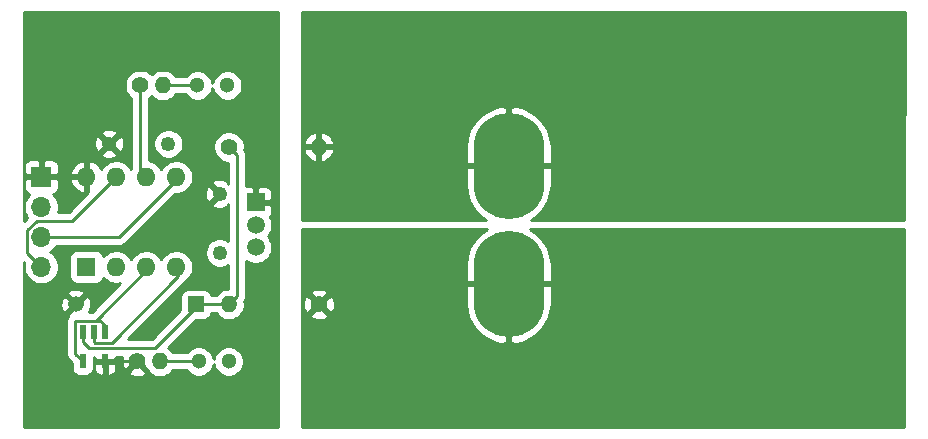
<source format=gbr>
%TF.GenerationSoftware,KiCad,Pcbnew,5.1.6+dfsg1-1*%
%TF.CreationDate,2021-01-11T22:17:59-08:00*%
%TF.ProjectId,high-current-sense-relay,68696768-2d63-4757-9272-656e742d7365,rev?*%
%TF.SameCoordinates,Original*%
%TF.FileFunction,Copper,L1,Top*%
%TF.FilePolarity,Positive*%
%FSLAX46Y46*%
G04 Gerber Fmt 4.6, Leading zero omitted, Abs format (unit mm)*
G04 Created by KiCad (PCBNEW 5.1.6+dfsg1-1) date 2021-01-11 22:17:59*
%MOMM*%
%LPD*%
G01*
G04 APERTURE LIST*
%TA.AperFunction,ComponentPad*%
%ADD10C,12.800000*%
%TD*%
%TA.AperFunction,ComponentPad*%
%ADD11C,0.900000*%
%TD*%
%TA.AperFunction,ComponentPad*%
%ADD12C,1.250000*%
%TD*%
%TA.AperFunction,ComponentPad*%
%ADD13O,1.400000X1.400000*%
%TD*%
%TA.AperFunction,ComponentPad*%
%ADD14C,1.400000*%
%TD*%
%TA.AperFunction,ComponentPad*%
%ADD15C,1.333500*%
%TD*%
%TA.AperFunction,ComponentPad*%
%ADD16R,1.333500X1.333500*%
%TD*%
%TA.AperFunction,ComponentPad*%
%ADD17C,1.300000*%
%TD*%
%TA.AperFunction,ComponentPad*%
%ADD18R,1.700000X1.700000*%
%TD*%
%TA.AperFunction,ComponentPad*%
%ADD19O,1.700000X1.700000*%
%TD*%
%TA.AperFunction,ComponentPad*%
%ADD20R,1.600000X1.600000*%
%TD*%
%TA.AperFunction,ComponentPad*%
%ADD21O,1.600000X1.600000*%
%TD*%
%TA.AperFunction,SMDPad,CuDef*%
%ADD22R,0.600000X1.200000*%
%TD*%
%TA.AperFunction,ComponentPad*%
%ADD23C,0.800000*%
%TD*%
%TA.AperFunction,ComponentPad*%
%ADD24C,1.500000*%
%TD*%
%TA.AperFunction,ComponentPad*%
%ADD25R,1.500000X1.500000*%
%TD*%
%TA.AperFunction,ComponentPad*%
%ADD26O,6.000000X9.000000*%
%TD*%
%TA.AperFunction,ComponentPad*%
%ADD27O,6.000001X9.000000*%
%TD*%
%TA.AperFunction,Conductor*%
%ADD28C,0.250000*%
%TD*%
%TA.AperFunction,Conductor*%
%ADD29C,0.254000*%
%TD*%
G04 APERTURE END LIST*
D10*
%TO.P,J1,1*%
%TO.N,IP-*%
X155829000Y-43434000D03*
D11*
X151029000Y-43434000D03*
X152434887Y-40039887D03*
X155829000Y-38634000D03*
X159223113Y-40039887D03*
X160629000Y-43434000D03*
X159223113Y-46828113D03*
X155829000Y-48234000D03*
X152434887Y-46828113D03*
%TD*%
D10*
%TO.P,J2,1*%
%TO.N,IP+*%
X155702000Y-23749000D03*
D11*
X150902000Y-23749000D03*
X152307887Y-20354887D03*
X155702000Y-18949000D03*
X159096113Y-20354887D03*
X160502000Y-23749000D03*
X159096113Y-27143113D03*
X155702000Y-28549000D03*
X152307887Y-27143113D03*
%TD*%
D12*
%TO.P,C2,1*%
%TO.N,+3V3*%
X119507000Y-31028000D03*
%TO.P,C2,2*%
%TO.N,GND*%
X119507000Y-36028000D03*
%TD*%
D13*
%TO.P,R2,2*%
%TO.N,IP+*%
X127889000Y-27051000D03*
D14*
%TO.P,R2,1*%
%TO.N,Net-(D1-Pad2)*%
X120269000Y-27051000D03*
%TD*%
D13*
%TO.P,R1,2*%
%TO.N,Net-(D1-Pad2)*%
X120269000Y-40386000D03*
D14*
%TO.P,R1,1*%
%TO.N,IP-*%
X127889000Y-40386000D03*
%TD*%
D12*
%TO.P,C1,1*%
%TO.N,+3V3*%
X110149000Y-26797000D03*
%TO.P,C1,2*%
%TO.N,GND*%
X115149000Y-26797000D03*
%TD*%
D15*
%TO.P,D1,1*%
%TO.N,+3V3*%
X107315000Y-40386000D03*
D16*
%TO.P,D1,2*%
%TO.N,Net-(D1-Pad2)*%
X117475000Y-40386000D03*
%TD*%
D17*
%TO.P,D2,2*%
%TO.N,Net-(D2-Pad2)*%
X117729000Y-45212000D03*
%TO.P,D2,1*%
%TO.N,GND*%
X120269000Y-45212000D03*
%TD*%
%TO.P,D3,1*%
%TO.N,GND*%
X120142000Y-21844000D03*
%TO.P,D3,2*%
%TO.N,Net-(D3-Pad2)*%
X117602000Y-21844000D03*
%TD*%
D18*
%TO.P,J3,1*%
%TO.N,+3V3*%
X104394000Y-29591000D03*
D19*
%TO.P,J3,2*%
%TO.N,GND*%
X104394000Y-32131000D03*
%TO.P,J3,3*%
%TO.N,SDA*%
X104394000Y-34671000D03*
%TO.P,J3,4*%
%TO.N,SCL*%
X104394000Y-37211000D03*
%TD*%
D14*
%TO.P,R3,1*%
%TO.N,+3V3*%
X112522000Y-45212000D03*
D13*
%TO.P,R3,2*%
%TO.N,Net-(D2-Pad2)*%
X114422000Y-45212000D03*
%TD*%
%TO.P,R4,2*%
%TO.N,Net-(D3-Pad2)*%
X114676000Y-21844000D03*
D14*
%TO.P,R4,1*%
%TO.N,IOn*%
X112776000Y-21844000D03*
%TD*%
D20*
%TO.P,U1,1*%
%TO.N,Net-(U1-Pad1)*%
X108204000Y-37211000D03*
D21*
%TO.P,U1,5*%
%TO.N,SDA*%
X115824000Y-29591000D03*
%TO.P,U1,2*%
%TO.N,ISense*%
X110744000Y-37211000D03*
%TO.P,U1,6*%
%TO.N,IOn*%
X113284000Y-29591000D03*
%TO.P,U1,3*%
%TO.N,VSense*%
X113284000Y-37211000D03*
%TO.P,U1,7*%
%TO.N,SCL*%
X110744000Y-29591000D03*
%TO.P,U1,4*%
%TO.N,GND*%
X115824000Y-37211000D03*
%TO.P,U1,8*%
%TO.N,+3V3*%
X108204000Y-29591000D03*
%TD*%
D22*
%TO.P,U2,1*%
%TO.N,VSense*%
X109789000Y-42692000D03*
%TO.P,U2,2*%
%TO.N,GND*%
X108839000Y-42692000D03*
%TO.P,U2,3*%
%TO.N,Net-(D1-Pad2)*%
X107889000Y-42692000D03*
%TO.P,U2,4*%
%TO.N,VSense*%
X107889000Y-45192000D03*
%TO.P,U2,5*%
%TO.N,+3V3*%
X109789000Y-45192000D03*
%TD*%
D23*
%TO.P,U3,4*%
%TO.N,IP-*%
X143325000Y-42610000D03*
X146005000Y-36660000D03*
X146005000Y-37990000D03*
X146005000Y-39330000D03*
X146005000Y-40660000D03*
X141905000Y-36660000D03*
X141905000Y-37990000D03*
X141905000Y-39330000D03*
X141905000Y-40660000D03*
X144585000Y-42610000D03*
X145615000Y-41860000D03*
X142295000Y-41860000D03*
%TA.AperFunction,ComponentPad*%
G36*
G01*
X144222477Y-34540953D02*
X144222477Y-34540953D01*
G75*
G02*
X144754047Y-34347477I362523J-169047D01*
G01*
X144754047Y-34347477D01*
G75*
G02*
X144947523Y-34879047I-169047J-362523D01*
G01*
X144947523Y-34879047D01*
G75*
G02*
X144415953Y-35072523I-362523J169047D01*
G01*
X144415953Y-35072523D01*
G75*
G02*
X144222477Y-34540953I169047J362523D01*
G01*
G37*
%TD.AperFunction*%
%TA.AperFunction,ComponentPad*%
G36*
G01*
X143687523Y-34540953D02*
X143687523Y-34540953D01*
G75*
G02*
X143494047Y-35072523I-362523J-169047D01*
G01*
X143494047Y-35072523D01*
G75*
G02*
X142962477Y-34879047I-169047J362523D01*
G01*
X142962477Y-34879047D01*
G75*
G02*
X143155953Y-34347477I362523J169047D01*
G01*
X143155953Y-34347477D01*
G75*
G02*
X143687523Y-34540953I169047J-362523D01*
G01*
G37*
%TD.AperFunction*%
X145615000Y-35460000D03*
X142295000Y-35460000D03*
%TO.P,U3,5*%
%TO.N,IP+*%
X146005000Y-30660000D03*
X146005000Y-26660000D03*
X146005000Y-27990000D03*
X146005000Y-29330000D03*
X141905000Y-26660000D03*
X141905000Y-30660000D03*
X141905000Y-27990000D03*
X141905000Y-29330000D03*
X145615000Y-25460000D03*
X142295000Y-25460000D03*
X143325000Y-24710000D03*
X144585000Y-24710000D03*
X145615000Y-31860000D03*
X142295000Y-31860000D03*
%TA.AperFunction,ComponentPad*%
G36*
G01*
X142962477Y-32440953D02*
X142962477Y-32440953D01*
G75*
G02*
X143494047Y-32247477I362523J-169047D01*
G01*
X143494047Y-32247477D01*
G75*
G02*
X143687523Y-32779047I-169047J-362523D01*
G01*
X143687523Y-32779047D01*
G75*
G02*
X143155953Y-32972523I-362523J169047D01*
G01*
X143155953Y-32972523D01*
G75*
G02*
X142962477Y-32440953I169047J362523D01*
G01*
G37*
%TD.AperFunction*%
%TA.AperFunction,ComponentPad*%
G36*
G01*
X144947523Y-32440953D02*
X144947523Y-32440953D01*
G75*
G02*
X144754047Y-32972523I-362523J-169047D01*
G01*
X144754047Y-32972523D01*
G75*
G02*
X144222477Y-32779047I-169047J362523D01*
G01*
X144222477Y-32779047D01*
G75*
G02*
X144415953Y-32247477I362523J169047D01*
G01*
X144415953Y-32247477D01*
G75*
G02*
X144947523Y-32440953I169047J-362523D01*
G01*
G37*
%TD.AperFunction*%
D24*
%TO.P,U3,2*%
%TO.N,GND*%
X122555000Y-33660000D03*
%TO.P,U3,3*%
%TO.N,ISense*%
X122555000Y-35570000D03*
D25*
%TO.P,U3,1*%
%TO.N,+3V3*%
X122555000Y-31750000D03*
D26*
%TO.P,U3,4*%
%TO.N,IP-*%
X143955000Y-38660000D03*
D27*
%TO.P,U3,5*%
%TO.N,IP+*%
X143955000Y-28660000D03*
%TD*%
D28*
%TO.N,GND*%
X110349001Y-43617001D02*
X115951000Y-38015002D01*
X108914001Y-43617001D02*
X110349001Y-43617001D01*
X108839000Y-43542000D02*
X108914001Y-43617001D01*
X108839000Y-42692000D02*
X108839000Y-43542000D01*
X115951000Y-38015002D02*
X115951000Y-37465000D01*
%TO.N,Net-(D1-Pad2)*%
X117475000Y-40386000D02*
X120269000Y-40386000D01*
X120968999Y-27750999D02*
X120968999Y-39686001D01*
X120269000Y-27051000D02*
X120968999Y-27750999D01*
X120968999Y-39686001D02*
X120269000Y-40386000D01*
X108414011Y-44067011D02*
X114047989Y-44067011D01*
X107889000Y-43542000D02*
X108414011Y-44067011D01*
X107889000Y-42692000D02*
X107889000Y-43542000D01*
X114047989Y-44067011D02*
X117602000Y-40513000D01*
%TO.N,Net-(D2-Pad2)*%
X114422000Y-45212000D02*
X117602000Y-45212000D01*
%TO.N,Net-(D3-Pad2)*%
X114676000Y-21844000D02*
X117475000Y-21844000D01*
%TO.N,+3V3*%
X109789000Y-45192000D02*
X112502000Y-45192000D01*
%TO.N,SDA*%
X104394000Y-34671000D02*
X110998000Y-34671000D01*
X110998000Y-34671000D02*
X115951000Y-29718000D01*
%TO.N,SCL*%
X104019997Y-33306001D02*
X107028999Y-33306001D01*
X103218999Y-34106999D02*
X104019997Y-33306001D01*
X103218999Y-36035999D02*
X103218999Y-34106999D01*
X104394000Y-37211000D02*
X103218999Y-36035999D01*
X107028999Y-33306001D02*
X110871000Y-29464000D01*
%TO.N,IOn*%
X112776000Y-21844000D02*
X112776000Y-29083000D01*
X112776000Y-29083000D02*
X113284000Y-29591000D01*
%TO.N,VSense*%
X107328999Y-41766999D02*
X108982001Y-41766999D01*
X107263999Y-44566999D02*
X107263999Y-41831999D01*
X107263999Y-41831999D02*
X107328999Y-41766999D01*
X107889000Y-45192000D02*
X107263999Y-44566999D01*
X108982001Y-41766999D02*
X113411000Y-37338000D01*
X109789000Y-42156998D02*
X109399001Y-41766999D01*
X109789000Y-42692000D02*
X109789000Y-42156998D01*
X109399001Y-41766999D02*
X109093000Y-41766999D01*
%TD*%
D29*
%TO.N,IP+*%
G36*
X177457275Y-33274000D02*
G01*
X145825976Y-33274000D01*
X145868901Y-33252949D01*
X146435530Y-32820135D01*
X146906834Y-32285094D01*
X147264701Y-31668387D01*
X147495378Y-30993713D01*
X147590000Y-30287000D01*
X147590000Y-28787000D01*
X146521655Y-28787000D01*
X146531836Y-28696441D01*
X146495395Y-28660000D01*
X146531836Y-28623559D01*
X146521655Y-28533000D01*
X147590000Y-28533000D01*
X147590000Y-27033000D01*
X147495378Y-26326287D01*
X147264701Y-25651613D01*
X146906834Y-25034906D01*
X146435530Y-24499865D01*
X145868901Y-24067051D01*
X145228722Y-23753098D01*
X144648729Y-23591812D01*
X144082000Y-23686071D01*
X144082000Y-23799740D01*
X144081019Y-23800264D01*
X144058164Y-24003559D01*
X144082000Y-24027395D01*
X144082000Y-24188848D01*
X144031441Y-24183164D01*
X143955000Y-24259605D01*
X143878559Y-24183164D01*
X143828000Y-24188848D01*
X143828000Y-24027395D01*
X143851836Y-24003559D01*
X143828981Y-23800264D01*
X143828000Y-23799840D01*
X143828000Y-23686071D01*
X143261271Y-23591812D01*
X142681278Y-23753098D01*
X142041099Y-24067051D01*
X141474470Y-24499865D01*
X141003166Y-25034906D01*
X140645299Y-25651613D01*
X140414622Y-26326287D01*
X140320000Y-27033000D01*
X140320000Y-28533000D01*
X141388345Y-28533000D01*
X141378164Y-28623559D01*
X141414605Y-28660000D01*
X141378164Y-28696441D01*
X141388345Y-28787000D01*
X140320000Y-28787000D01*
X140320000Y-30287000D01*
X140414622Y-30993713D01*
X140645299Y-31668387D01*
X141003166Y-32285094D01*
X141474470Y-32820135D01*
X142041099Y-33252949D01*
X142084024Y-33274000D01*
X126492000Y-33274000D01*
X126492000Y-27384329D01*
X126596284Y-27384329D01*
X126628953Y-27492044D01*
X126739208Y-27729392D01*
X126893649Y-27940670D01*
X127086340Y-28117759D01*
X127309877Y-28253853D01*
X127555670Y-28343722D01*
X127762000Y-28221201D01*
X127762000Y-27178000D01*
X128016000Y-27178000D01*
X128016000Y-28221201D01*
X128222330Y-28343722D01*
X128468123Y-28253853D01*
X128691660Y-28117759D01*
X128884351Y-27940670D01*
X129038792Y-27729392D01*
X129149047Y-27492044D01*
X129181716Y-27384329D01*
X129058374Y-27178000D01*
X128016000Y-27178000D01*
X127762000Y-27178000D01*
X126719626Y-27178000D01*
X126596284Y-27384329D01*
X126492000Y-27384329D01*
X126492000Y-26717671D01*
X126596284Y-26717671D01*
X126719626Y-26924000D01*
X127762000Y-26924000D01*
X127762000Y-25880799D01*
X128016000Y-25880799D01*
X128016000Y-26924000D01*
X129058374Y-26924000D01*
X129181716Y-26717671D01*
X129149047Y-26609956D01*
X129038792Y-26372608D01*
X128884351Y-26161330D01*
X128691660Y-25984241D01*
X128468123Y-25848147D01*
X128222330Y-25758278D01*
X128016000Y-25880799D01*
X127762000Y-25880799D01*
X127555670Y-25758278D01*
X127309877Y-25848147D01*
X127086340Y-25984241D01*
X126893649Y-26161330D01*
X126739208Y-26372608D01*
X126628953Y-26609956D01*
X126596284Y-26717671D01*
X126492000Y-26717671D01*
X126492000Y-15646000D01*
X177518696Y-15646000D01*
X177457275Y-33274000D01*
G37*
X177457275Y-33274000D02*
X145825976Y-33274000D01*
X145868901Y-33252949D01*
X146435530Y-32820135D01*
X146906834Y-32285094D01*
X147264701Y-31668387D01*
X147495378Y-30993713D01*
X147590000Y-30287000D01*
X147590000Y-28787000D01*
X146521655Y-28787000D01*
X146531836Y-28696441D01*
X146495395Y-28660000D01*
X146531836Y-28623559D01*
X146521655Y-28533000D01*
X147590000Y-28533000D01*
X147590000Y-27033000D01*
X147495378Y-26326287D01*
X147264701Y-25651613D01*
X146906834Y-25034906D01*
X146435530Y-24499865D01*
X145868901Y-24067051D01*
X145228722Y-23753098D01*
X144648729Y-23591812D01*
X144082000Y-23686071D01*
X144082000Y-23799740D01*
X144081019Y-23800264D01*
X144058164Y-24003559D01*
X144082000Y-24027395D01*
X144082000Y-24188848D01*
X144031441Y-24183164D01*
X143955000Y-24259605D01*
X143878559Y-24183164D01*
X143828000Y-24188848D01*
X143828000Y-24027395D01*
X143851836Y-24003559D01*
X143828981Y-23800264D01*
X143828000Y-23799840D01*
X143828000Y-23686071D01*
X143261271Y-23591812D01*
X142681278Y-23753098D01*
X142041099Y-24067051D01*
X141474470Y-24499865D01*
X141003166Y-25034906D01*
X140645299Y-25651613D01*
X140414622Y-26326287D01*
X140320000Y-27033000D01*
X140320000Y-28533000D01*
X141388345Y-28533000D01*
X141378164Y-28623559D01*
X141414605Y-28660000D01*
X141378164Y-28696441D01*
X141388345Y-28787000D01*
X140320000Y-28787000D01*
X140320000Y-30287000D01*
X140414622Y-30993713D01*
X140645299Y-31668387D01*
X141003166Y-32285094D01*
X141474470Y-32820135D01*
X142041099Y-33252949D01*
X142084024Y-33274000D01*
X126492000Y-33274000D01*
X126492000Y-27384329D01*
X126596284Y-27384329D01*
X126628953Y-27492044D01*
X126739208Y-27729392D01*
X126893649Y-27940670D01*
X127086340Y-28117759D01*
X127309877Y-28253853D01*
X127555670Y-28343722D01*
X127762000Y-28221201D01*
X127762000Y-27178000D01*
X128016000Y-27178000D01*
X128016000Y-28221201D01*
X128222330Y-28343722D01*
X128468123Y-28253853D01*
X128691660Y-28117759D01*
X128884351Y-27940670D01*
X129038792Y-27729392D01*
X129149047Y-27492044D01*
X129181716Y-27384329D01*
X129058374Y-27178000D01*
X128016000Y-27178000D01*
X127762000Y-27178000D01*
X126719626Y-27178000D01*
X126596284Y-27384329D01*
X126492000Y-27384329D01*
X126492000Y-26717671D01*
X126596284Y-26717671D01*
X126719626Y-26924000D01*
X127762000Y-26924000D01*
X127762000Y-25880799D01*
X128016000Y-25880799D01*
X128016000Y-26924000D01*
X129058374Y-26924000D01*
X129181716Y-26717671D01*
X129149047Y-26609956D01*
X129038792Y-26372608D01*
X128884351Y-26161330D01*
X128691660Y-25984241D01*
X128468123Y-25848147D01*
X128222330Y-25758278D01*
X128016000Y-25880799D01*
X127762000Y-25880799D01*
X127555670Y-25758278D01*
X127309877Y-25848147D01*
X127086340Y-25984241D01*
X126893649Y-26161330D01*
X126739208Y-26372608D01*
X126628953Y-26609956D01*
X126596284Y-26717671D01*
X126492000Y-26717671D01*
X126492000Y-15646000D01*
X177518696Y-15646000D01*
X177457275Y-33274000D01*
G36*
X144031441Y-25236836D02*
G01*
X144082000Y-25231152D01*
X144082000Y-25392605D01*
X144058164Y-25416441D01*
X144081019Y-25619736D01*
X144082000Y-25620160D01*
X144082000Y-28533000D01*
X145488345Y-28533000D01*
X145478164Y-28623559D01*
X145514605Y-28660000D01*
X145478164Y-28696441D01*
X145488345Y-28787000D01*
X144082000Y-28787000D01*
X144082000Y-28807000D01*
X143828000Y-28807000D01*
X143828000Y-28787000D01*
X142421655Y-28787000D01*
X142431836Y-28696441D01*
X142395395Y-28660000D01*
X142431836Y-28623559D01*
X142421655Y-28533000D01*
X143828000Y-28533000D01*
X143828000Y-25620260D01*
X143828981Y-25619736D01*
X143851836Y-25416441D01*
X143828000Y-25392605D01*
X143828000Y-25231152D01*
X143878559Y-25236836D01*
X143955000Y-25160395D01*
X144031441Y-25236836D01*
G37*
X144031441Y-25236836D02*
X144082000Y-25231152D01*
X144082000Y-25392605D01*
X144058164Y-25416441D01*
X144081019Y-25619736D01*
X144082000Y-25620160D01*
X144082000Y-28533000D01*
X145488345Y-28533000D01*
X145478164Y-28623559D01*
X145514605Y-28660000D01*
X145478164Y-28696441D01*
X145488345Y-28787000D01*
X144082000Y-28787000D01*
X144082000Y-28807000D01*
X143828000Y-28807000D01*
X143828000Y-28787000D01*
X142421655Y-28787000D01*
X142431836Y-28696441D01*
X142395395Y-28660000D01*
X142431836Y-28623559D01*
X142421655Y-28533000D01*
X143828000Y-28533000D01*
X143828000Y-25620260D01*
X143828981Y-25619736D01*
X143851836Y-25416441D01*
X143828000Y-25392605D01*
X143828000Y-25231152D01*
X143878559Y-25236836D01*
X143955000Y-25160395D01*
X144031441Y-25236836D01*
%TO.N,IP-*%
G36*
X142041099Y-34067051D02*
G01*
X141474470Y-34499865D01*
X141003166Y-35034906D01*
X140645299Y-35651613D01*
X140414622Y-36326287D01*
X140320000Y-37033000D01*
X140320000Y-38533000D01*
X141388345Y-38533000D01*
X141378164Y-38623559D01*
X141414605Y-38660000D01*
X141378164Y-38696441D01*
X141388345Y-38787000D01*
X140320000Y-38787000D01*
X140320000Y-40287000D01*
X140414622Y-40993713D01*
X140645299Y-41668387D01*
X141003166Y-42285094D01*
X141474470Y-42820135D01*
X142041099Y-43252949D01*
X142681278Y-43566902D01*
X143261271Y-43728188D01*
X143828000Y-43633929D01*
X143828000Y-43520260D01*
X143828981Y-43519736D01*
X143851836Y-43316441D01*
X143828000Y-43292605D01*
X143828000Y-43131152D01*
X143878559Y-43136836D01*
X143955000Y-43060395D01*
X144031441Y-43136836D01*
X144082000Y-43131152D01*
X144082000Y-43292605D01*
X144058164Y-43316441D01*
X144081019Y-43519736D01*
X144082000Y-43520160D01*
X144082000Y-43633929D01*
X144648729Y-43728188D01*
X145228722Y-43566902D01*
X145868901Y-43252949D01*
X146435530Y-42820135D01*
X146906834Y-42285094D01*
X147264701Y-41668387D01*
X147495378Y-40993713D01*
X147590000Y-40287000D01*
X147590000Y-38787000D01*
X146521655Y-38787000D01*
X146531836Y-38696441D01*
X146495395Y-38660000D01*
X146531836Y-38623559D01*
X146521655Y-38533000D01*
X147590000Y-38533000D01*
X147590000Y-37033000D01*
X147495378Y-36326287D01*
X147264701Y-35651613D01*
X146906834Y-35034906D01*
X146435530Y-34499865D01*
X145868901Y-34067051D01*
X145805585Y-34036000D01*
X177454620Y-34036000D01*
X177396297Y-50775000D01*
X126492000Y-50775000D01*
X126492000Y-41307269D01*
X127147336Y-41307269D01*
X127206797Y-41541037D01*
X127445242Y-41651934D01*
X127700740Y-41714183D01*
X127963473Y-41725390D01*
X128223344Y-41685125D01*
X128470366Y-41594935D01*
X128571203Y-41541037D01*
X128630664Y-41307269D01*
X127889000Y-40565605D01*
X127147336Y-41307269D01*
X126492000Y-41307269D01*
X126492000Y-40460473D01*
X126549610Y-40460473D01*
X126589875Y-40720344D01*
X126680065Y-40967366D01*
X126733963Y-41068203D01*
X126967731Y-41127664D01*
X127709395Y-40386000D01*
X128068605Y-40386000D01*
X128810269Y-41127664D01*
X129044037Y-41068203D01*
X129154934Y-40829758D01*
X129217183Y-40574260D01*
X129228390Y-40311527D01*
X129188125Y-40051656D01*
X129097935Y-39804634D01*
X129044037Y-39703797D01*
X128810269Y-39644336D01*
X128068605Y-40386000D01*
X127709395Y-40386000D01*
X126967731Y-39644336D01*
X126733963Y-39703797D01*
X126623066Y-39942242D01*
X126560817Y-40197740D01*
X126549610Y-40460473D01*
X126492000Y-40460473D01*
X126492000Y-39464731D01*
X127147336Y-39464731D01*
X127889000Y-40206395D01*
X128630664Y-39464731D01*
X128571203Y-39230963D01*
X128332758Y-39120066D01*
X128077260Y-39057817D01*
X127814527Y-39046610D01*
X127554656Y-39086875D01*
X127307634Y-39177065D01*
X127206797Y-39230963D01*
X127147336Y-39464731D01*
X126492000Y-39464731D01*
X126492000Y-34036000D01*
X142104415Y-34036000D01*
X142041099Y-34067051D01*
G37*
X142041099Y-34067051D02*
X141474470Y-34499865D01*
X141003166Y-35034906D01*
X140645299Y-35651613D01*
X140414622Y-36326287D01*
X140320000Y-37033000D01*
X140320000Y-38533000D01*
X141388345Y-38533000D01*
X141378164Y-38623559D01*
X141414605Y-38660000D01*
X141378164Y-38696441D01*
X141388345Y-38787000D01*
X140320000Y-38787000D01*
X140320000Y-40287000D01*
X140414622Y-40993713D01*
X140645299Y-41668387D01*
X141003166Y-42285094D01*
X141474470Y-42820135D01*
X142041099Y-43252949D01*
X142681278Y-43566902D01*
X143261271Y-43728188D01*
X143828000Y-43633929D01*
X143828000Y-43520260D01*
X143828981Y-43519736D01*
X143851836Y-43316441D01*
X143828000Y-43292605D01*
X143828000Y-43131152D01*
X143878559Y-43136836D01*
X143955000Y-43060395D01*
X144031441Y-43136836D01*
X144082000Y-43131152D01*
X144082000Y-43292605D01*
X144058164Y-43316441D01*
X144081019Y-43519736D01*
X144082000Y-43520160D01*
X144082000Y-43633929D01*
X144648729Y-43728188D01*
X145228722Y-43566902D01*
X145868901Y-43252949D01*
X146435530Y-42820135D01*
X146906834Y-42285094D01*
X147264701Y-41668387D01*
X147495378Y-40993713D01*
X147590000Y-40287000D01*
X147590000Y-38787000D01*
X146521655Y-38787000D01*
X146531836Y-38696441D01*
X146495395Y-38660000D01*
X146531836Y-38623559D01*
X146521655Y-38533000D01*
X147590000Y-38533000D01*
X147590000Y-37033000D01*
X147495378Y-36326287D01*
X147264701Y-35651613D01*
X146906834Y-35034906D01*
X146435530Y-34499865D01*
X145868901Y-34067051D01*
X145805585Y-34036000D01*
X177454620Y-34036000D01*
X177396297Y-50775000D01*
X126492000Y-50775000D01*
X126492000Y-41307269D01*
X127147336Y-41307269D01*
X127206797Y-41541037D01*
X127445242Y-41651934D01*
X127700740Y-41714183D01*
X127963473Y-41725390D01*
X128223344Y-41685125D01*
X128470366Y-41594935D01*
X128571203Y-41541037D01*
X128630664Y-41307269D01*
X127889000Y-40565605D01*
X127147336Y-41307269D01*
X126492000Y-41307269D01*
X126492000Y-40460473D01*
X126549610Y-40460473D01*
X126589875Y-40720344D01*
X126680065Y-40967366D01*
X126733963Y-41068203D01*
X126967731Y-41127664D01*
X127709395Y-40386000D01*
X128068605Y-40386000D01*
X128810269Y-41127664D01*
X129044037Y-41068203D01*
X129154934Y-40829758D01*
X129217183Y-40574260D01*
X129228390Y-40311527D01*
X129188125Y-40051656D01*
X129097935Y-39804634D01*
X129044037Y-39703797D01*
X128810269Y-39644336D01*
X128068605Y-40386000D01*
X127709395Y-40386000D01*
X126967731Y-39644336D01*
X126733963Y-39703797D01*
X126623066Y-39942242D01*
X126560817Y-40197740D01*
X126549610Y-40460473D01*
X126492000Y-40460473D01*
X126492000Y-39464731D01*
X127147336Y-39464731D01*
X127889000Y-40206395D01*
X128630664Y-39464731D01*
X128571203Y-39230963D01*
X128332758Y-39120066D01*
X128077260Y-39057817D01*
X127814527Y-39046610D01*
X127554656Y-39086875D01*
X127307634Y-39177065D01*
X127206797Y-39230963D01*
X127147336Y-39464731D01*
X126492000Y-39464731D01*
X126492000Y-34036000D01*
X142104415Y-34036000D01*
X142041099Y-34067051D01*
G36*
X144082000Y-38533000D02*
G01*
X145488345Y-38533000D01*
X145478164Y-38623559D01*
X145514605Y-38660000D01*
X145478164Y-38696441D01*
X145488345Y-38787000D01*
X144082000Y-38787000D01*
X144082000Y-41699740D01*
X144081019Y-41700264D01*
X144058164Y-41903559D01*
X144082000Y-41927395D01*
X144082000Y-42088848D01*
X144031441Y-42083164D01*
X143955000Y-42159605D01*
X143878559Y-42083164D01*
X143828000Y-42088848D01*
X143828000Y-41927395D01*
X143851836Y-41903559D01*
X143828981Y-41700264D01*
X143828000Y-41699840D01*
X143828000Y-38787000D01*
X142421655Y-38787000D01*
X142431836Y-38696441D01*
X142395395Y-38660000D01*
X142431836Y-38623559D01*
X142421655Y-38533000D01*
X143828000Y-38533000D01*
X143828000Y-38513000D01*
X144082000Y-38513000D01*
X144082000Y-38533000D01*
G37*
X144082000Y-38533000D02*
X145488345Y-38533000D01*
X145478164Y-38623559D01*
X145514605Y-38660000D01*
X145478164Y-38696441D01*
X145488345Y-38787000D01*
X144082000Y-38787000D01*
X144082000Y-41699740D01*
X144081019Y-41700264D01*
X144058164Y-41903559D01*
X144082000Y-41927395D01*
X144082000Y-42088848D01*
X144031441Y-42083164D01*
X143955000Y-42159605D01*
X143878559Y-42083164D01*
X143828000Y-42088848D01*
X143828000Y-41927395D01*
X143851836Y-41903559D01*
X143828981Y-41700264D01*
X143828000Y-41699840D01*
X143828000Y-38787000D01*
X142421655Y-38787000D01*
X142431836Y-38696441D01*
X142395395Y-38660000D01*
X142431836Y-38623559D01*
X142421655Y-38533000D01*
X143828000Y-38533000D01*
X143828000Y-38513000D01*
X144082000Y-38513000D01*
X144082000Y-38533000D01*
%TO.N,+3V3*%
G36*
X124460000Y-50775000D02*
G01*
X102895000Y-50775000D01*
X102895000Y-41831999D01*
X106500323Y-41831999D01*
X106504000Y-41869331D01*
X106503999Y-44529676D01*
X106500323Y-44566999D01*
X106503999Y-44604321D01*
X106503999Y-44604331D01*
X106514996Y-44715984D01*
X106558453Y-44859245D01*
X106629025Y-44991275D01*
X106655669Y-45023740D01*
X106723998Y-45107000D01*
X106753001Y-45130802D01*
X106950928Y-45328729D01*
X106950928Y-45792000D01*
X106963188Y-45916482D01*
X106999498Y-46036180D01*
X107058463Y-46146494D01*
X107137815Y-46243185D01*
X107234506Y-46322537D01*
X107344820Y-46381502D01*
X107464518Y-46417812D01*
X107589000Y-46430072D01*
X108189000Y-46430072D01*
X108313482Y-46417812D01*
X108433180Y-46381502D01*
X108543494Y-46322537D01*
X108640185Y-46243185D01*
X108719537Y-46146494D01*
X108778502Y-46036180D01*
X108814812Y-45916482D01*
X108827072Y-45792000D01*
X108850928Y-45792000D01*
X108863188Y-45916482D01*
X108899498Y-46036180D01*
X108958463Y-46146494D01*
X109037815Y-46243185D01*
X109134506Y-46322537D01*
X109244820Y-46381502D01*
X109364518Y-46417812D01*
X109489000Y-46430072D01*
X109503250Y-46427000D01*
X109662000Y-46268250D01*
X109662000Y-45319000D01*
X109916000Y-45319000D01*
X109916000Y-46268250D01*
X110074750Y-46427000D01*
X110089000Y-46430072D01*
X110213482Y-46417812D01*
X110333180Y-46381502D01*
X110443494Y-46322537D01*
X110540185Y-46243185D01*
X110619537Y-46146494D01*
X110626606Y-46133269D01*
X111780336Y-46133269D01*
X111839797Y-46367037D01*
X112078242Y-46477934D01*
X112333740Y-46540183D01*
X112596473Y-46551390D01*
X112856344Y-46511125D01*
X113103366Y-46420935D01*
X113204203Y-46367037D01*
X113263664Y-46133269D01*
X112522000Y-45391605D01*
X111780336Y-46133269D01*
X110626606Y-46133269D01*
X110678502Y-46036180D01*
X110714812Y-45916482D01*
X110727072Y-45792000D01*
X110724000Y-45477750D01*
X110565250Y-45319000D01*
X109916000Y-45319000D01*
X109662000Y-45319000D01*
X109012750Y-45319000D01*
X108854000Y-45477750D01*
X108850928Y-45792000D01*
X108827072Y-45792000D01*
X108827072Y-44827011D01*
X108853225Y-44827011D01*
X108854000Y-44906250D01*
X109012750Y-45065000D01*
X109662000Y-45065000D01*
X109662000Y-45045000D01*
X109916000Y-45045000D01*
X109916000Y-45065000D01*
X110565250Y-45065000D01*
X110724000Y-44906250D01*
X110724775Y-44827011D01*
X111241748Y-44827011D01*
X111193817Y-45023740D01*
X111182610Y-45286473D01*
X111222875Y-45546344D01*
X111313065Y-45793366D01*
X111366963Y-45894203D01*
X111600731Y-45953664D01*
X112342395Y-45212000D01*
X112328253Y-45197858D01*
X112507858Y-45018253D01*
X112522000Y-45032395D01*
X112536143Y-45018253D01*
X112715748Y-45197858D01*
X112701605Y-45212000D01*
X113171746Y-45682141D01*
X113238939Y-45844359D01*
X113385038Y-46063013D01*
X113570987Y-46248962D01*
X113789641Y-46395061D01*
X114032595Y-46495696D01*
X114290514Y-46547000D01*
X114553486Y-46547000D01*
X114811405Y-46495696D01*
X115054359Y-46395061D01*
X115273013Y-46248962D01*
X115458962Y-46063013D01*
X115519775Y-45972000D01*
X116691359Y-45972000D01*
X116730875Y-46031140D01*
X116909860Y-46210125D01*
X117120324Y-46350753D01*
X117354179Y-46447619D01*
X117602439Y-46497000D01*
X117855561Y-46497000D01*
X118103821Y-46447619D01*
X118337676Y-46350753D01*
X118548140Y-46210125D01*
X118727125Y-46031140D01*
X118867753Y-45820676D01*
X118964619Y-45586821D01*
X118999000Y-45413973D01*
X119033381Y-45586821D01*
X119130247Y-45820676D01*
X119270875Y-46031140D01*
X119449860Y-46210125D01*
X119660324Y-46350753D01*
X119894179Y-46447619D01*
X120142439Y-46497000D01*
X120395561Y-46497000D01*
X120643821Y-46447619D01*
X120877676Y-46350753D01*
X121088140Y-46210125D01*
X121267125Y-46031140D01*
X121407753Y-45820676D01*
X121504619Y-45586821D01*
X121554000Y-45338561D01*
X121554000Y-45085439D01*
X121504619Y-44837179D01*
X121407753Y-44603324D01*
X121267125Y-44392860D01*
X121088140Y-44213875D01*
X120877676Y-44073247D01*
X120643821Y-43976381D01*
X120395561Y-43927000D01*
X120142439Y-43927000D01*
X119894179Y-43976381D01*
X119660324Y-44073247D01*
X119449860Y-44213875D01*
X119270875Y-44392860D01*
X119130247Y-44603324D01*
X119033381Y-44837179D01*
X118999000Y-45010027D01*
X118964619Y-44837179D01*
X118867753Y-44603324D01*
X118727125Y-44392860D01*
X118548140Y-44213875D01*
X118337676Y-44073247D01*
X118103821Y-43976381D01*
X117855561Y-43927000D01*
X117602439Y-43927000D01*
X117354179Y-43976381D01*
X117120324Y-44073247D01*
X116909860Y-44213875D01*
X116730875Y-44392860D01*
X116691359Y-44452000D01*
X115519775Y-44452000D01*
X115458962Y-44360987D01*
X115273013Y-44175038D01*
X115118203Y-44071598D01*
X117498980Y-41690822D01*
X118141750Y-41690822D01*
X118266232Y-41678562D01*
X118385930Y-41642252D01*
X118496244Y-41583287D01*
X118592935Y-41503935D01*
X118672287Y-41407244D01*
X118731252Y-41296930D01*
X118767562Y-41177232D01*
X118770638Y-41146000D01*
X119171225Y-41146000D01*
X119232038Y-41237013D01*
X119417987Y-41422962D01*
X119636641Y-41569061D01*
X119879595Y-41669696D01*
X120137514Y-41721000D01*
X120400486Y-41721000D01*
X120658405Y-41669696D01*
X120901359Y-41569061D01*
X121120013Y-41422962D01*
X121305962Y-41237013D01*
X121452061Y-41018359D01*
X121552696Y-40775405D01*
X121604000Y-40517486D01*
X121604000Y-40254514D01*
X121580901Y-40138391D01*
X121603973Y-40110278D01*
X121674545Y-39978248D01*
X121679557Y-39961724D01*
X121718002Y-39834987D01*
X121728999Y-39723334D01*
X121728999Y-39723325D01*
X121732675Y-39686002D01*
X121728999Y-39648679D01*
X121728999Y-36683808D01*
X121898957Y-36797371D01*
X122151011Y-36901775D01*
X122418589Y-36955000D01*
X122691411Y-36955000D01*
X122958989Y-36901775D01*
X123211043Y-36797371D01*
X123437886Y-36645799D01*
X123630799Y-36452886D01*
X123782371Y-36226043D01*
X123886775Y-35973989D01*
X123940000Y-35706411D01*
X123940000Y-35433589D01*
X123886775Y-35166011D01*
X123782371Y-34913957D01*
X123630799Y-34687114D01*
X123558685Y-34615000D01*
X123630799Y-34542886D01*
X123782371Y-34316043D01*
X123886775Y-34063989D01*
X123940000Y-33796411D01*
X123940000Y-33523589D01*
X123886775Y-33256011D01*
X123782371Y-33003957D01*
X123750324Y-32955995D01*
X123756185Y-32951185D01*
X123835537Y-32854494D01*
X123894502Y-32744180D01*
X123930812Y-32624482D01*
X123943072Y-32500000D01*
X123940000Y-32035750D01*
X123781250Y-31877000D01*
X122682000Y-31877000D01*
X122682000Y-31897000D01*
X122428000Y-31897000D01*
X122428000Y-31877000D01*
X122408000Y-31877000D01*
X122408000Y-31623000D01*
X122428000Y-31623000D01*
X122428000Y-30523750D01*
X122682000Y-30523750D01*
X122682000Y-31623000D01*
X123781250Y-31623000D01*
X123940000Y-31464250D01*
X123943072Y-31000000D01*
X123930812Y-30875518D01*
X123894502Y-30755820D01*
X123835537Y-30645506D01*
X123756185Y-30548815D01*
X123659494Y-30469463D01*
X123549180Y-30410498D01*
X123429482Y-30374188D01*
X123305000Y-30361928D01*
X122840750Y-30365000D01*
X122682000Y-30523750D01*
X122428000Y-30523750D01*
X122269250Y-30365000D01*
X121805000Y-30361928D01*
X121728999Y-30369413D01*
X121728999Y-27788321D01*
X121732675Y-27750998D01*
X121728999Y-27713675D01*
X121728999Y-27713666D01*
X121718002Y-27602013D01*
X121674545Y-27458752D01*
X121639845Y-27393834D01*
X121603973Y-27326722D01*
X121580901Y-27298609D01*
X121604000Y-27182486D01*
X121604000Y-26919514D01*
X121552696Y-26661595D01*
X121452061Y-26418641D01*
X121305962Y-26199987D01*
X121120013Y-26014038D01*
X120901359Y-25867939D01*
X120658405Y-25767304D01*
X120400486Y-25716000D01*
X120137514Y-25716000D01*
X119879595Y-25767304D01*
X119636641Y-25867939D01*
X119417987Y-26014038D01*
X119232038Y-26199987D01*
X119085939Y-26418641D01*
X118985304Y-26661595D01*
X118934000Y-26919514D01*
X118934000Y-27182486D01*
X118985304Y-27440405D01*
X119085939Y-27683359D01*
X119232038Y-27902013D01*
X119417987Y-28087962D01*
X119636641Y-28234061D01*
X119879595Y-28334696D01*
X120137514Y-28386000D01*
X120208999Y-28386000D01*
X120208999Y-30146393D01*
X120195042Y-30160350D01*
X120144694Y-29934223D01*
X119919056Y-29830832D01*
X119677582Y-29773447D01*
X119429553Y-29764274D01*
X119184501Y-29803665D01*
X118951842Y-29890107D01*
X118869306Y-29934223D01*
X118818957Y-30160352D01*
X119507000Y-30848395D01*
X119521143Y-30834253D01*
X119700748Y-31013858D01*
X119686605Y-31028000D01*
X119700748Y-31042143D01*
X119521143Y-31221748D01*
X119507000Y-31207605D01*
X118818957Y-31895648D01*
X118869306Y-32121777D01*
X119094944Y-32225168D01*
X119336418Y-32282553D01*
X119584447Y-32291726D01*
X119829499Y-32252335D01*
X120062158Y-32165893D01*
X120144694Y-32121777D01*
X120195042Y-31895650D01*
X120208999Y-31909607D01*
X120209000Y-34981672D01*
X120103834Y-34911402D01*
X119874529Y-34816421D01*
X119631099Y-34768000D01*
X119382901Y-34768000D01*
X119139471Y-34816421D01*
X118910166Y-34911402D01*
X118703797Y-35049294D01*
X118528294Y-35224797D01*
X118390402Y-35431166D01*
X118295421Y-35660471D01*
X118247000Y-35903901D01*
X118247000Y-36152099D01*
X118295421Y-36395529D01*
X118390402Y-36624834D01*
X118528294Y-36831203D01*
X118703797Y-37006706D01*
X118910166Y-37144598D01*
X119139471Y-37239579D01*
X119382901Y-37288000D01*
X119631099Y-37288000D01*
X119874529Y-37239579D01*
X120103834Y-37144598D01*
X120209000Y-37074328D01*
X120209000Y-39051000D01*
X120137514Y-39051000D01*
X119879595Y-39102304D01*
X119636641Y-39202939D01*
X119417987Y-39349038D01*
X119232038Y-39534987D01*
X119171225Y-39626000D01*
X118770638Y-39626000D01*
X118767562Y-39594768D01*
X118731252Y-39475070D01*
X118672287Y-39364756D01*
X118592935Y-39268065D01*
X118496244Y-39188713D01*
X118385930Y-39129748D01*
X118266232Y-39093438D01*
X118141750Y-39081178D01*
X116808250Y-39081178D01*
X116683768Y-39093438D01*
X116564070Y-39129748D01*
X116453756Y-39188713D01*
X116357065Y-39268065D01*
X116277713Y-39364756D01*
X116218748Y-39475070D01*
X116182438Y-39594768D01*
X116170178Y-39719250D01*
X116170178Y-40870020D01*
X113733188Y-43307011D01*
X111733792Y-43307011D01*
X116462004Y-38578800D01*
X116491001Y-38555003D01*
X116567175Y-38462185D01*
X116585974Y-38439279D01*
X116595581Y-38421305D01*
X116738759Y-38325637D01*
X116938637Y-38125759D01*
X117095680Y-37890727D01*
X117203853Y-37629574D01*
X117259000Y-37352335D01*
X117259000Y-37069665D01*
X117203853Y-36792426D01*
X117095680Y-36531273D01*
X116938637Y-36296241D01*
X116738759Y-36096363D01*
X116503727Y-35939320D01*
X116242574Y-35831147D01*
X115965335Y-35776000D01*
X115682665Y-35776000D01*
X115405426Y-35831147D01*
X115144273Y-35939320D01*
X114909241Y-36096363D01*
X114709363Y-36296241D01*
X114554000Y-36528759D01*
X114398637Y-36296241D01*
X114198759Y-36096363D01*
X113963727Y-35939320D01*
X113702574Y-35831147D01*
X113425335Y-35776000D01*
X113142665Y-35776000D01*
X112865426Y-35831147D01*
X112604273Y-35939320D01*
X112369241Y-36096363D01*
X112169363Y-36296241D01*
X112014000Y-36528759D01*
X111858637Y-36296241D01*
X111658759Y-36096363D01*
X111423727Y-35939320D01*
X111162574Y-35831147D01*
X110885335Y-35776000D01*
X110602665Y-35776000D01*
X110325426Y-35831147D01*
X110064273Y-35939320D01*
X109829241Y-36096363D01*
X109630643Y-36294961D01*
X109629812Y-36286518D01*
X109593502Y-36166820D01*
X109534537Y-36056506D01*
X109455185Y-35959815D01*
X109358494Y-35880463D01*
X109248180Y-35821498D01*
X109128482Y-35785188D01*
X109004000Y-35772928D01*
X107404000Y-35772928D01*
X107279518Y-35785188D01*
X107159820Y-35821498D01*
X107049506Y-35880463D01*
X106952815Y-35959815D01*
X106873463Y-36056506D01*
X106814498Y-36166820D01*
X106778188Y-36286518D01*
X106765928Y-36411000D01*
X106765928Y-38011000D01*
X106778188Y-38135482D01*
X106814498Y-38255180D01*
X106873463Y-38365494D01*
X106952815Y-38462185D01*
X107049506Y-38541537D01*
X107159820Y-38600502D01*
X107279518Y-38636812D01*
X107404000Y-38649072D01*
X109004000Y-38649072D01*
X109128482Y-38636812D01*
X109248180Y-38600502D01*
X109358494Y-38541537D01*
X109455185Y-38462185D01*
X109534537Y-38365494D01*
X109593502Y-38255180D01*
X109629812Y-38135482D01*
X109630643Y-38127039D01*
X109829241Y-38325637D01*
X110064273Y-38482680D01*
X110325426Y-38590853D01*
X110602665Y-38646000D01*
X110885335Y-38646000D01*
X111063672Y-38610526D01*
X108667200Y-41006999D01*
X108462050Y-41006999D01*
X108550454Y-40815706D01*
X108610547Y-40566424D01*
X108620852Y-40310208D01*
X108580974Y-40056905D01*
X108492445Y-39816249D01*
X108442883Y-39723526D01*
X108212503Y-39668102D01*
X107494605Y-40386000D01*
X107508748Y-40400143D01*
X107329143Y-40579748D01*
X107315000Y-40565605D01*
X106597102Y-41283503D01*
X106627619Y-41410353D01*
X106558453Y-41539753D01*
X106549563Y-41569061D01*
X106514997Y-41683013D01*
X106511256Y-41721000D01*
X106500323Y-41831999D01*
X102895000Y-41831999D01*
X102895000Y-40461792D01*
X106009148Y-40461792D01*
X106049026Y-40715095D01*
X106137555Y-40955751D01*
X106187117Y-41048474D01*
X106417497Y-41103898D01*
X107135395Y-40386000D01*
X106417497Y-39668102D01*
X106187117Y-39723526D01*
X106079546Y-39956294D01*
X106019453Y-40205576D01*
X106009148Y-40461792D01*
X102895000Y-40461792D01*
X102895000Y-39488497D01*
X106597102Y-39488497D01*
X107315000Y-40206395D01*
X108032898Y-39488497D01*
X107977474Y-39258117D01*
X107744706Y-39150546D01*
X107495424Y-39090453D01*
X107239208Y-39080148D01*
X106985905Y-39120026D01*
X106745249Y-39208555D01*
X106652526Y-39258117D01*
X106597102Y-39488497D01*
X102895000Y-39488497D01*
X102895000Y-36786801D01*
X102952791Y-36844592D01*
X102909000Y-37064740D01*
X102909000Y-37357260D01*
X102966068Y-37644158D01*
X103078010Y-37914411D01*
X103240525Y-38157632D01*
X103447368Y-38364475D01*
X103690589Y-38526990D01*
X103960842Y-38638932D01*
X104247740Y-38696000D01*
X104540260Y-38696000D01*
X104827158Y-38638932D01*
X105097411Y-38526990D01*
X105340632Y-38364475D01*
X105547475Y-38157632D01*
X105709990Y-37914411D01*
X105821932Y-37644158D01*
X105879000Y-37357260D01*
X105879000Y-37064740D01*
X105821932Y-36777842D01*
X105709990Y-36507589D01*
X105547475Y-36264368D01*
X105340632Y-36057525D01*
X105166240Y-35941000D01*
X105340632Y-35824475D01*
X105547475Y-35617632D01*
X105672178Y-35431000D01*
X110960678Y-35431000D01*
X110998000Y-35434676D01*
X111035322Y-35431000D01*
X111035333Y-35431000D01*
X111146986Y-35420003D01*
X111290247Y-35376546D01*
X111422276Y-35305974D01*
X111538001Y-35211001D01*
X111561804Y-35181997D01*
X115638354Y-31105447D01*
X118243274Y-31105447D01*
X118282665Y-31350499D01*
X118369107Y-31583158D01*
X118413223Y-31665694D01*
X118639352Y-31716043D01*
X119327395Y-31028000D01*
X118639352Y-30339957D01*
X118413223Y-30390306D01*
X118309832Y-30615944D01*
X118252447Y-30857418D01*
X118243274Y-31105447D01*
X115638354Y-31105447D01*
X115717802Y-31026000D01*
X115965335Y-31026000D01*
X116242574Y-30970853D01*
X116503727Y-30862680D01*
X116738759Y-30705637D01*
X116938637Y-30505759D01*
X117095680Y-30270727D01*
X117203853Y-30009574D01*
X117259000Y-29732335D01*
X117259000Y-29449665D01*
X117203853Y-29172426D01*
X117095680Y-28911273D01*
X116938637Y-28676241D01*
X116738759Y-28476363D01*
X116503727Y-28319320D01*
X116242574Y-28211147D01*
X115965335Y-28156000D01*
X115682665Y-28156000D01*
X115405426Y-28211147D01*
X115144273Y-28319320D01*
X114909241Y-28476363D01*
X114709363Y-28676241D01*
X114554000Y-28908759D01*
X114398637Y-28676241D01*
X114198759Y-28476363D01*
X113963727Y-28319320D01*
X113702574Y-28211147D01*
X113536000Y-28178013D01*
X113536000Y-26672901D01*
X113889000Y-26672901D01*
X113889000Y-26921099D01*
X113937421Y-27164529D01*
X114032402Y-27393834D01*
X114170294Y-27600203D01*
X114345797Y-27775706D01*
X114552166Y-27913598D01*
X114781471Y-28008579D01*
X115024901Y-28057000D01*
X115273099Y-28057000D01*
X115516529Y-28008579D01*
X115745834Y-27913598D01*
X115952203Y-27775706D01*
X116127706Y-27600203D01*
X116265598Y-27393834D01*
X116360579Y-27164529D01*
X116409000Y-26921099D01*
X116409000Y-26672901D01*
X116360579Y-26429471D01*
X116265598Y-26200166D01*
X116127706Y-25993797D01*
X115952203Y-25818294D01*
X115745834Y-25680402D01*
X115516529Y-25585421D01*
X115273099Y-25537000D01*
X115024901Y-25537000D01*
X114781471Y-25585421D01*
X114552166Y-25680402D01*
X114345797Y-25818294D01*
X114170294Y-25993797D01*
X114032402Y-26200166D01*
X113937421Y-26429471D01*
X113889000Y-26672901D01*
X113536000Y-26672901D01*
X113536000Y-22941775D01*
X113627013Y-22880962D01*
X113726000Y-22781975D01*
X113824987Y-22880962D01*
X114043641Y-23027061D01*
X114286595Y-23127696D01*
X114544514Y-23179000D01*
X114807486Y-23179000D01*
X115065405Y-23127696D01*
X115308359Y-23027061D01*
X115527013Y-22880962D01*
X115712962Y-22695013D01*
X115773775Y-22604000D01*
X116564359Y-22604000D01*
X116603875Y-22663140D01*
X116782860Y-22842125D01*
X116993324Y-22982753D01*
X117227179Y-23079619D01*
X117475439Y-23129000D01*
X117728561Y-23129000D01*
X117976821Y-23079619D01*
X118210676Y-22982753D01*
X118421140Y-22842125D01*
X118600125Y-22663140D01*
X118740753Y-22452676D01*
X118837619Y-22218821D01*
X118872000Y-22045973D01*
X118906381Y-22218821D01*
X119003247Y-22452676D01*
X119143875Y-22663140D01*
X119322860Y-22842125D01*
X119533324Y-22982753D01*
X119767179Y-23079619D01*
X120015439Y-23129000D01*
X120268561Y-23129000D01*
X120516821Y-23079619D01*
X120750676Y-22982753D01*
X120961140Y-22842125D01*
X121140125Y-22663140D01*
X121280753Y-22452676D01*
X121377619Y-22218821D01*
X121427000Y-21970561D01*
X121427000Y-21717439D01*
X121377619Y-21469179D01*
X121280753Y-21235324D01*
X121140125Y-21024860D01*
X120961140Y-20845875D01*
X120750676Y-20705247D01*
X120516821Y-20608381D01*
X120268561Y-20559000D01*
X120015439Y-20559000D01*
X119767179Y-20608381D01*
X119533324Y-20705247D01*
X119322860Y-20845875D01*
X119143875Y-21024860D01*
X119003247Y-21235324D01*
X118906381Y-21469179D01*
X118872000Y-21642027D01*
X118837619Y-21469179D01*
X118740753Y-21235324D01*
X118600125Y-21024860D01*
X118421140Y-20845875D01*
X118210676Y-20705247D01*
X117976821Y-20608381D01*
X117728561Y-20559000D01*
X117475439Y-20559000D01*
X117227179Y-20608381D01*
X116993324Y-20705247D01*
X116782860Y-20845875D01*
X116603875Y-21024860D01*
X116564359Y-21084000D01*
X115773775Y-21084000D01*
X115712962Y-20992987D01*
X115527013Y-20807038D01*
X115308359Y-20660939D01*
X115065405Y-20560304D01*
X114807486Y-20509000D01*
X114544514Y-20509000D01*
X114286595Y-20560304D01*
X114043641Y-20660939D01*
X113824987Y-20807038D01*
X113726000Y-20906025D01*
X113627013Y-20807038D01*
X113408359Y-20660939D01*
X113165405Y-20560304D01*
X112907486Y-20509000D01*
X112644514Y-20509000D01*
X112386595Y-20560304D01*
X112143641Y-20660939D01*
X111924987Y-20807038D01*
X111739038Y-20992987D01*
X111592939Y-21211641D01*
X111492304Y-21454595D01*
X111441000Y-21712514D01*
X111441000Y-21975486D01*
X111492304Y-22233405D01*
X111592939Y-22476359D01*
X111739038Y-22695013D01*
X111924987Y-22880962D01*
X112016000Y-22941775D01*
X112016001Y-28905764D01*
X112014000Y-28908759D01*
X111858637Y-28676241D01*
X111658759Y-28476363D01*
X111423727Y-28319320D01*
X111162574Y-28211147D01*
X110885335Y-28156000D01*
X110602665Y-28156000D01*
X110325426Y-28211147D01*
X110064273Y-28319320D01*
X109829241Y-28476363D01*
X109629363Y-28676241D01*
X109472320Y-28911273D01*
X109467933Y-28921865D01*
X109356385Y-28735869D01*
X109167414Y-28527481D01*
X108941420Y-28359963D01*
X108687087Y-28239754D01*
X108553039Y-28199096D01*
X108331000Y-28321085D01*
X108331000Y-29464000D01*
X108351000Y-29464000D01*
X108351000Y-29718000D01*
X108331000Y-29718000D01*
X108331000Y-30860915D01*
X108375071Y-30885128D01*
X106714198Y-32546001D01*
X105825544Y-32546001D01*
X105879000Y-32277260D01*
X105879000Y-31984740D01*
X105821932Y-31697842D01*
X105709990Y-31427589D01*
X105547475Y-31184368D01*
X105415620Y-31052513D01*
X105488180Y-31030502D01*
X105598494Y-30971537D01*
X105695185Y-30892185D01*
X105774537Y-30795494D01*
X105833502Y-30685180D01*
X105869812Y-30565482D01*
X105882072Y-30441000D01*
X105879345Y-29940040D01*
X106812091Y-29940040D01*
X106906930Y-30204881D01*
X107051615Y-30446131D01*
X107240586Y-30654519D01*
X107466580Y-30822037D01*
X107720913Y-30942246D01*
X107854961Y-30982904D01*
X108077000Y-30860915D01*
X108077000Y-29718000D01*
X106933376Y-29718000D01*
X106812091Y-29940040D01*
X105879345Y-29940040D01*
X105879000Y-29876750D01*
X105720250Y-29718000D01*
X104521000Y-29718000D01*
X104521000Y-29738000D01*
X104267000Y-29738000D01*
X104267000Y-29718000D01*
X103067750Y-29718000D01*
X102909000Y-29876750D01*
X102905928Y-30441000D01*
X102918188Y-30565482D01*
X102954498Y-30685180D01*
X103013463Y-30795494D01*
X103092815Y-30892185D01*
X103189506Y-30971537D01*
X103299820Y-31030502D01*
X103372380Y-31052513D01*
X103240525Y-31184368D01*
X103078010Y-31427589D01*
X102966068Y-31697842D01*
X102909000Y-31984740D01*
X102909000Y-32277260D01*
X102966068Y-32564158D01*
X103078010Y-32834411D01*
X103213704Y-33037492D01*
X102895000Y-33356197D01*
X102895000Y-28741000D01*
X102905928Y-28741000D01*
X102909000Y-29305250D01*
X103067750Y-29464000D01*
X104267000Y-29464000D01*
X104267000Y-28264750D01*
X104521000Y-28264750D01*
X104521000Y-29464000D01*
X105720250Y-29464000D01*
X105879000Y-29305250D01*
X105879344Y-29241960D01*
X106812091Y-29241960D01*
X106933376Y-29464000D01*
X108077000Y-29464000D01*
X108077000Y-28321085D01*
X107854961Y-28199096D01*
X107720913Y-28239754D01*
X107466580Y-28359963D01*
X107240586Y-28527481D01*
X107051615Y-28735869D01*
X106906930Y-28977119D01*
X106812091Y-29241960D01*
X105879344Y-29241960D01*
X105882072Y-28741000D01*
X105869812Y-28616518D01*
X105833502Y-28496820D01*
X105774537Y-28386506D01*
X105695185Y-28289815D01*
X105598494Y-28210463D01*
X105488180Y-28151498D01*
X105368482Y-28115188D01*
X105244000Y-28102928D01*
X104679750Y-28106000D01*
X104521000Y-28264750D01*
X104267000Y-28264750D01*
X104108250Y-28106000D01*
X103544000Y-28102928D01*
X103419518Y-28115188D01*
X103299820Y-28151498D01*
X103189506Y-28210463D01*
X103092815Y-28289815D01*
X103013463Y-28386506D01*
X102954498Y-28496820D01*
X102918188Y-28616518D01*
X102905928Y-28741000D01*
X102895000Y-28741000D01*
X102895000Y-27664648D01*
X109460957Y-27664648D01*
X109511306Y-27890777D01*
X109736944Y-27994168D01*
X109978418Y-28051553D01*
X110226447Y-28060726D01*
X110471499Y-28021335D01*
X110704158Y-27934893D01*
X110786694Y-27890777D01*
X110837043Y-27664648D01*
X110149000Y-26976605D01*
X109460957Y-27664648D01*
X102895000Y-27664648D01*
X102895000Y-26874447D01*
X108885274Y-26874447D01*
X108924665Y-27119499D01*
X109011107Y-27352158D01*
X109055223Y-27434694D01*
X109281352Y-27485043D01*
X109969395Y-26797000D01*
X110328605Y-26797000D01*
X111016648Y-27485043D01*
X111242777Y-27434694D01*
X111346168Y-27209056D01*
X111403553Y-26967582D01*
X111412726Y-26719553D01*
X111373335Y-26474501D01*
X111286893Y-26241842D01*
X111242777Y-26159306D01*
X111016648Y-26108957D01*
X110328605Y-26797000D01*
X109969395Y-26797000D01*
X109281352Y-26108957D01*
X109055223Y-26159306D01*
X108951832Y-26384944D01*
X108894447Y-26626418D01*
X108885274Y-26874447D01*
X102895000Y-26874447D01*
X102895000Y-25929352D01*
X109460957Y-25929352D01*
X110149000Y-26617395D01*
X110837043Y-25929352D01*
X110786694Y-25703223D01*
X110561056Y-25599832D01*
X110319582Y-25542447D01*
X110071553Y-25533274D01*
X109826501Y-25572665D01*
X109593842Y-25659107D01*
X109511306Y-25703223D01*
X109460957Y-25929352D01*
X102895000Y-25929352D01*
X102895000Y-15646000D01*
X124460000Y-15646000D01*
X124460000Y-50775000D01*
G37*
X124460000Y-50775000D02*
X102895000Y-50775000D01*
X102895000Y-41831999D01*
X106500323Y-41831999D01*
X106504000Y-41869331D01*
X106503999Y-44529676D01*
X106500323Y-44566999D01*
X106503999Y-44604321D01*
X106503999Y-44604331D01*
X106514996Y-44715984D01*
X106558453Y-44859245D01*
X106629025Y-44991275D01*
X106655669Y-45023740D01*
X106723998Y-45107000D01*
X106753001Y-45130802D01*
X106950928Y-45328729D01*
X106950928Y-45792000D01*
X106963188Y-45916482D01*
X106999498Y-46036180D01*
X107058463Y-46146494D01*
X107137815Y-46243185D01*
X107234506Y-46322537D01*
X107344820Y-46381502D01*
X107464518Y-46417812D01*
X107589000Y-46430072D01*
X108189000Y-46430072D01*
X108313482Y-46417812D01*
X108433180Y-46381502D01*
X108543494Y-46322537D01*
X108640185Y-46243185D01*
X108719537Y-46146494D01*
X108778502Y-46036180D01*
X108814812Y-45916482D01*
X108827072Y-45792000D01*
X108850928Y-45792000D01*
X108863188Y-45916482D01*
X108899498Y-46036180D01*
X108958463Y-46146494D01*
X109037815Y-46243185D01*
X109134506Y-46322537D01*
X109244820Y-46381502D01*
X109364518Y-46417812D01*
X109489000Y-46430072D01*
X109503250Y-46427000D01*
X109662000Y-46268250D01*
X109662000Y-45319000D01*
X109916000Y-45319000D01*
X109916000Y-46268250D01*
X110074750Y-46427000D01*
X110089000Y-46430072D01*
X110213482Y-46417812D01*
X110333180Y-46381502D01*
X110443494Y-46322537D01*
X110540185Y-46243185D01*
X110619537Y-46146494D01*
X110626606Y-46133269D01*
X111780336Y-46133269D01*
X111839797Y-46367037D01*
X112078242Y-46477934D01*
X112333740Y-46540183D01*
X112596473Y-46551390D01*
X112856344Y-46511125D01*
X113103366Y-46420935D01*
X113204203Y-46367037D01*
X113263664Y-46133269D01*
X112522000Y-45391605D01*
X111780336Y-46133269D01*
X110626606Y-46133269D01*
X110678502Y-46036180D01*
X110714812Y-45916482D01*
X110727072Y-45792000D01*
X110724000Y-45477750D01*
X110565250Y-45319000D01*
X109916000Y-45319000D01*
X109662000Y-45319000D01*
X109012750Y-45319000D01*
X108854000Y-45477750D01*
X108850928Y-45792000D01*
X108827072Y-45792000D01*
X108827072Y-44827011D01*
X108853225Y-44827011D01*
X108854000Y-44906250D01*
X109012750Y-45065000D01*
X109662000Y-45065000D01*
X109662000Y-45045000D01*
X109916000Y-45045000D01*
X109916000Y-45065000D01*
X110565250Y-45065000D01*
X110724000Y-44906250D01*
X110724775Y-44827011D01*
X111241748Y-44827011D01*
X111193817Y-45023740D01*
X111182610Y-45286473D01*
X111222875Y-45546344D01*
X111313065Y-45793366D01*
X111366963Y-45894203D01*
X111600731Y-45953664D01*
X112342395Y-45212000D01*
X112328253Y-45197858D01*
X112507858Y-45018253D01*
X112522000Y-45032395D01*
X112536143Y-45018253D01*
X112715748Y-45197858D01*
X112701605Y-45212000D01*
X113171746Y-45682141D01*
X113238939Y-45844359D01*
X113385038Y-46063013D01*
X113570987Y-46248962D01*
X113789641Y-46395061D01*
X114032595Y-46495696D01*
X114290514Y-46547000D01*
X114553486Y-46547000D01*
X114811405Y-46495696D01*
X115054359Y-46395061D01*
X115273013Y-46248962D01*
X115458962Y-46063013D01*
X115519775Y-45972000D01*
X116691359Y-45972000D01*
X116730875Y-46031140D01*
X116909860Y-46210125D01*
X117120324Y-46350753D01*
X117354179Y-46447619D01*
X117602439Y-46497000D01*
X117855561Y-46497000D01*
X118103821Y-46447619D01*
X118337676Y-46350753D01*
X118548140Y-46210125D01*
X118727125Y-46031140D01*
X118867753Y-45820676D01*
X118964619Y-45586821D01*
X118999000Y-45413973D01*
X119033381Y-45586821D01*
X119130247Y-45820676D01*
X119270875Y-46031140D01*
X119449860Y-46210125D01*
X119660324Y-46350753D01*
X119894179Y-46447619D01*
X120142439Y-46497000D01*
X120395561Y-46497000D01*
X120643821Y-46447619D01*
X120877676Y-46350753D01*
X121088140Y-46210125D01*
X121267125Y-46031140D01*
X121407753Y-45820676D01*
X121504619Y-45586821D01*
X121554000Y-45338561D01*
X121554000Y-45085439D01*
X121504619Y-44837179D01*
X121407753Y-44603324D01*
X121267125Y-44392860D01*
X121088140Y-44213875D01*
X120877676Y-44073247D01*
X120643821Y-43976381D01*
X120395561Y-43927000D01*
X120142439Y-43927000D01*
X119894179Y-43976381D01*
X119660324Y-44073247D01*
X119449860Y-44213875D01*
X119270875Y-44392860D01*
X119130247Y-44603324D01*
X119033381Y-44837179D01*
X118999000Y-45010027D01*
X118964619Y-44837179D01*
X118867753Y-44603324D01*
X118727125Y-44392860D01*
X118548140Y-44213875D01*
X118337676Y-44073247D01*
X118103821Y-43976381D01*
X117855561Y-43927000D01*
X117602439Y-43927000D01*
X117354179Y-43976381D01*
X117120324Y-44073247D01*
X116909860Y-44213875D01*
X116730875Y-44392860D01*
X116691359Y-44452000D01*
X115519775Y-44452000D01*
X115458962Y-44360987D01*
X115273013Y-44175038D01*
X115118203Y-44071598D01*
X117498980Y-41690822D01*
X118141750Y-41690822D01*
X118266232Y-41678562D01*
X118385930Y-41642252D01*
X118496244Y-41583287D01*
X118592935Y-41503935D01*
X118672287Y-41407244D01*
X118731252Y-41296930D01*
X118767562Y-41177232D01*
X118770638Y-41146000D01*
X119171225Y-41146000D01*
X119232038Y-41237013D01*
X119417987Y-41422962D01*
X119636641Y-41569061D01*
X119879595Y-41669696D01*
X120137514Y-41721000D01*
X120400486Y-41721000D01*
X120658405Y-41669696D01*
X120901359Y-41569061D01*
X121120013Y-41422962D01*
X121305962Y-41237013D01*
X121452061Y-41018359D01*
X121552696Y-40775405D01*
X121604000Y-40517486D01*
X121604000Y-40254514D01*
X121580901Y-40138391D01*
X121603973Y-40110278D01*
X121674545Y-39978248D01*
X121679557Y-39961724D01*
X121718002Y-39834987D01*
X121728999Y-39723334D01*
X121728999Y-39723325D01*
X121732675Y-39686002D01*
X121728999Y-39648679D01*
X121728999Y-36683808D01*
X121898957Y-36797371D01*
X122151011Y-36901775D01*
X122418589Y-36955000D01*
X122691411Y-36955000D01*
X122958989Y-36901775D01*
X123211043Y-36797371D01*
X123437886Y-36645799D01*
X123630799Y-36452886D01*
X123782371Y-36226043D01*
X123886775Y-35973989D01*
X123940000Y-35706411D01*
X123940000Y-35433589D01*
X123886775Y-35166011D01*
X123782371Y-34913957D01*
X123630799Y-34687114D01*
X123558685Y-34615000D01*
X123630799Y-34542886D01*
X123782371Y-34316043D01*
X123886775Y-34063989D01*
X123940000Y-33796411D01*
X123940000Y-33523589D01*
X123886775Y-33256011D01*
X123782371Y-33003957D01*
X123750324Y-32955995D01*
X123756185Y-32951185D01*
X123835537Y-32854494D01*
X123894502Y-32744180D01*
X123930812Y-32624482D01*
X123943072Y-32500000D01*
X123940000Y-32035750D01*
X123781250Y-31877000D01*
X122682000Y-31877000D01*
X122682000Y-31897000D01*
X122428000Y-31897000D01*
X122428000Y-31877000D01*
X122408000Y-31877000D01*
X122408000Y-31623000D01*
X122428000Y-31623000D01*
X122428000Y-30523750D01*
X122682000Y-30523750D01*
X122682000Y-31623000D01*
X123781250Y-31623000D01*
X123940000Y-31464250D01*
X123943072Y-31000000D01*
X123930812Y-30875518D01*
X123894502Y-30755820D01*
X123835537Y-30645506D01*
X123756185Y-30548815D01*
X123659494Y-30469463D01*
X123549180Y-30410498D01*
X123429482Y-30374188D01*
X123305000Y-30361928D01*
X122840750Y-30365000D01*
X122682000Y-30523750D01*
X122428000Y-30523750D01*
X122269250Y-30365000D01*
X121805000Y-30361928D01*
X121728999Y-30369413D01*
X121728999Y-27788321D01*
X121732675Y-27750998D01*
X121728999Y-27713675D01*
X121728999Y-27713666D01*
X121718002Y-27602013D01*
X121674545Y-27458752D01*
X121639845Y-27393834D01*
X121603973Y-27326722D01*
X121580901Y-27298609D01*
X121604000Y-27182486D01*
X121604000Y-26919514D01*
X121552696Y-26661595D01*
X121452061Y-26418641D01*
X121305962Y-26199987D01*
X121120013Y-26014038D01*
X120901359Y-25867939D01*
X120658405Y-25767304D01*
X120400486Y-25716000D01*
X120137514Y-25716000D01*
X119879595Y-25767304D01*
X119636641Y-25867939D01*
X119417987Y-26014038D01*
X119232038Y-26199987D01*
X119085939Y-26418641D01*
X118985304Y-26661595D01*
X118934000Y-26919514D01*
X118934000Y-27182486D01*
X118985304Y-27440405D01*
X119085939Y-27683359D01*
X119232038Y-27902013D01*
X119417987Y-28087962D01*
X119636641Y-28234061D01*
X119879595Y-28334696D01*
X120137514Y-28386000D01*
X120208999Y-28386000D01*
X120208999Y-30146393D01*
X120195042Y-30160350D01*
X120144694Y-29934223D01*
X119919056Y-29830832D01*
X119677582Y-29773447D01*
X119429553Y-29764274D01*
X119184501Y-29803665D01*
X118951842Y-29890107D01*
X118869306Y-29934223D01*
X118818957Y-30160352D01*
X119507000Y-30848395D01*
X119521143Y-30834253D01*
X119700748Y-31013858D01*
X119686605Y-31028000D01*
X119700748Y-31042143D01*
X119521143Y-31221748D01*
X119507000Y-31207605D01*
X118818957Y-31895648D01*
X118869306Y-32121777D01*
X119094944Y-32225168D01*
X119336418Y-32282553D01*
X119584447Y-32291726D01*
X119829499Y-32252335D01*
X120062158Y-32165893D01*
X120144694Y-32121777D01*
X120195042Y-31895650D01*
X120208999Y-31909607D01*
X120209000Y-34981672D01*
X120103834Y-34911402D01*
X119874529Y-34816421D01*
X119631099Y-34768000D01*
X119382901Y-34768000D01*
X119139471Y-34816421D01*
X118910166Y-34911402D01*
X118703797Y-35049294D01*
X118528294Y-35224797D01*
X118390402Y-35431166D01*
X118295421Y-35660471D01*
X118247000Y-35903901D01*
X118247000Y-36152099D01*
X118295421Y-36395529D01*
X118390402Y-36624834D01*
X118528294Y-36831203D01*
X118703797Y-37006706D01*
X118910166Y-37144598D01*
X119139471Y-37239579D01*
X119382901Y-37288000D01*
X119631099Y-37288000D01*
X119874529Y-37239579D01*
X120103834Y-37144598D01*
X120209000Y-37074328D01*
X120209000Y-39051000D01*
X120137514Y-39051000D01*
X119879595Y-39102304D01*
X119636641Y-39202939D01*
X119417987Y-39349038D01*
X119232038Y-39534987D01*
X119171225Y-39626000D01*
X118770638Y-39626000D01*
X118767562Y-39594768D01*
X118731252Y-39475070D01*
X118672287Y-39364756D01*
X118592935Y-39268065D01*
X118496244Y-39188713D01*
X118385930Y-39129748D01*
X118266232Y-39093438D01*
X118141750Y-39081178D01*
X116808250Y-39081178D01*
X116683768Y-39093438D01*
X116564070Y-39129748D01*
X116453756Y-39188713D01*
X116357065Y-39268065D01*
X116277713Y-39364756D01*
X116218748Y-39475070D01*
X116182438Y-39594768D01*
X116170178Y-39719250D01*
X116170178Y-40870020D01*
X113733188Y-43307011D01*
X111733792Y-43307011D01*
X116462004Y-38578800D01*
X116491001Y-38555003D01*
X116567175Y-38462185D01*
X116585974Y-38439279D01*
X116595581Y-38421305D01*
X116738759Y-38325637D01*
X116938637Y-38125759D01*
X117095680Y-37890727D01*
X117203853Y-37629574D01*
X117259000Y-37352335D01*
X117259000Y-37069665D01*
X117203853Y-36792426D01*
X117095680Y-36531273D01*
X116938637Y-36296241D01*
X116738759Y-36096363D01*
X116503727Y-35939320D01*
X116242574Y-35831147D01*
X115965335Y-35776000D01*
X115682665Y-35776000D01*
X115405426Y-35831147D01*
X115144273Y-35939320D01*
X114909241Y-36096363D01*
X114709363Y-36296241D01*
X114554000Y-36528759D01*
X114398637Y-36296241D01*
X114198759Y-36096363D01*
X113963727Y-35939320D01*
X113702574Y-35831147D01*
X113425335Y-35776000D01*
X113142665Y-35776000D01*
X112865426Y-35831147D01*
X112604273Y-35939320D01*
X112369241Y-36096363D01*
X112169363Y-36296241D01*
X112014000Y-36528759D01*
X111858637Y-36296241D01*
X111658759Y-36096363D01*
X111423727Y-35939320D01*
X111162574Y-35831147D01*
X110885335Y-35776000D01*
X110602665Y-35776000D01*
X110325426Y-35831147D01*
X110064273Y-35939320D01*
X109829241Y-36096363D01*
X109630643Y-36294961D01*
X109629812Y-36286518D01*
X109593502Y-36166820D01*
X109534537Y-36056506D01*
X109455185Y-35959815D01*
X109358494Y-35880463D01*
X109248180Y-35821498D01*
X109128482Y-35785188D01*
X109004000Y-35772928D01*
X107404000Y-35772928D01*
X107279518Y-35785188D01*
X107159820Y-35821498D01*
X107049506Y-35880463D01*
X106952815Y-35959815D01*
X106873463Y-36056506D01*
X106814498Y-36166820D01*
X106778188Y-36286518D01*
X106765928Y-36411000D01*
X106765928Y-38011000D01*
X106778188Y-38135482D01*
X106814498Y-38255180D01*
X106873463Y-38365494D01*
X106952815Y-38462185D01*
X107049506Y-38541537D01*
X107159820Y-38600502D01*
X107279518Y-38636812D01*
X107404000Y-38649072D01*
X109004000Y-38649072D01*
X109128482Y-38636812D01*
X109248180Y-38600502D01*
X109358494Y-38541537D01*
X109455185Y-38462185D01*
X109534537Y-38365494D01*
X109593502Y-38255180D01*
X109629812Y-38135482D01*
X109630643Y-38127039D01*
X109829241Y-38325637D01*
X110064273Y-38482680D01*
X110325426Y-38590853D01*
X110602665Y-38646000D01*
X110885335Y-38646000D01*
X111063672Y-38610526D01*
X108667200Y-41006999D01*
X108462050Y-41006999D01*
X108550454Y-40815706D01*
X108610547Y-40566424D01*
X108620852Y-40310208D01*
X108580974Y-40056905D01*
X108492445Y-39816249D01*
X108442883Y-39723526D01*
X108212503Y-39668102D01*
X107494605Y-40386000D01*
X107508748Y-40400143D01*
X107329143Y-40579748D01*
X107315000Y-40565605D01*
X106597102Y-41283503D01*
X106627619Y-41410353D01*
X106558453Y-41539753D01*
X106549563Y-41569061D01*
X106514997Y-41683013D01*
X106511256Y-41721000D01*
X106500323Y-41831999D01*
X102895000Y-41831999D01*
X102895000Y-40461792D01*
X106009148Y-40461792D01*
X106049026Y-40715095D01*
X106137555Y-40955751D01*
X106187117Y-41048474D01*
X106417497Y-41103898D01*
X107135395Y-40386000D01*
X106417497Y-39668102D01*
X106187117Y-39723526D01*
X106079546Y-39956294D01*
X106019453Y-40205576D01*
X106009148Y-40461792D01*
X102895000Y-40461792D01*
X102895000Y-39488497D01*
X106597102Y-39488497D01*
X107315000Y-40206395D01*
X108032898Y-39488497D01*
X107977474Y-39258117D01*
X107744706Y-39150546D01*
X107495424Y-39090453D01*
X107239208Y-39080148D01*
X106985905Y-39120026D01*
X106745249Y-39208555D01*
X106652526Y-39258117D01*
X106597102Y-39488497D01*
X102895000Y-39488497D01*
X102895000Y-36786801D01*
X102952791Y-36844592D01*
X102909000Y-37064740D01*
X102909000Y-37357260D01*
X102966068Y-37644158D01*
X103078010Y-37914411D01*
X103240525Y-38157632D01*
X103447368Y-38364475D01*
X103690589Y-38526990D01*
X103960842Y-38638932D01*
X104247740Y-38696000D01*
X104540260Y-38696000D01*
X104827158Y-38638932D01*
X105097411Y-38526990D01*
X105340632Y-38364475D01*
X105547475Y-38157632D01*
X105709990Y-37914411D01*
X105821932Y-37644158D01*
X105879000Y-37357260D01*
X105879000Y-37064740D01*
X105821932Y-36777842D01*
X105709990Y-36507589D01*
X105547475Y-36264368D01*
X105340632Y-36057525D01*
X105166240Y-35941000D01*
X105340632Y-35824475D01*
X105547475Y-35617632D01*
X105672178Y-35431000D01*
X110960678Y-35431000D01*
X110998000Y-35434676D01*
X111035322Y-35431000D01*
X111035333Y-35431000D01*
X111146986Y-35420003D01*
X111290247Y-35376546D01*
X111422276Y-35305974D01*
X111538001Y-35211001D01*
X111561804Y-35181997D01*
X115638354Y-31105447D01*
X118243274Y-31105447D01*
X118282665Y-31350499D01*
X118369107Y-31583158D01*
X118413223Y-31665694D01*
X118639352Y-31716043D01*
X119327395Y-31028000D01*
X118639352Y-30339957D01*
X118413223Y-30390306D01*
X118309832Y-30615944D01*
X118252447Y-30857418D01*
X118243274Y-31105447D01*
X115638354Y-31105447D01*
X115717802Y-31026000D01*
X115965335Y-31026000D01*
X116242574Y-30970853D01*
X116503727Y-30862680D01*
X116738759Y-30705637D01*
X116938637Y-30505759D01*
X117095680Y-30270727D01*
X117203853Y-30009574D01*
X117259000Y-29732335D01*
X117259000Y-29449665D01*
X117203853Y-29172426D01*
X117095680Y-28911273D01*
X116938637Y-28676241D01*
X116738759Y-28476363D01*
X116503727Y-28319320D01*
X116242574Y-28211147D01*
X115965335Y-28156000D01*
X115682665Y-28156000D01*
X115405426Y-28211147D01*
X115144273Y-28319320D01*
X114909241Y-28476363D01*
X114709363Y-28676241D01*
X114554000Y-28908759D01*
X114398637Y-28676241D01*
X114198759Y-28476363D01*
X113963727Y-28319320D01*
X113702574Y-28211147D01*
X113536000Y-28178013D01*
X113536000Y-26672901D01*
X113889000Y-26672901D01*
X113889000Y-26921099D01*
X113937421Y-27164529D01*
X114032402Y-27393834D01*
X114170294Y-27600203D01*
X114345797Y-27775706D01*
X114552166Y-27913598D01*
X114781471Y-28008579D01*
X115024901Y-28057000D01*
X115273099Y-28057000D01*
X115516529Y-28008579D01*
X115745834Y-27913598D01*
X115952203Y-27775706D01*
X116127706Y-27600203D01*
X116265598Y-27393834D01*
X116360579Y-27164529D01*
X116409000Y-26921099D01*
X116409000Y-26672901D01*
X116360579Y-26429471D01*
X116265598Y-26200166D01*
X116127706Y-25993797D01*
X115952203Y-25818294D01*
X115745834Y-25680402D01*
X115516529Y-25585421D01*
X115273099Y-25537000D01*
X115024901Y-25537000D01*
X114781471Y-25585421D01*
X114552166Y-25680402D01*
X114345797Y-25818294D01*
X114170294Y-25993797D01*
X114032402Y-26200166D01*
X113937421Y-26429471D01*
X113889000Y-26672901D01*
X113536000Y-26672901D01*
X113536000Y-22941775D01*
X113627013Y-22880962D01*
X113726000Y-22781975D01*
X113824987Y-22880962D01*
X114043641Y-23027061D01*
X114286595Y-23127696D01*
X114544514Y-23179000D01*
X114807486Y-23179000D01*
X115065405Y-23127696D01*
X115308359Y-23027061D01*
X115527013Y-22880962D01*
X115712962Y-22695013D01*
X115773775Y-22604000D01*
X116564359Y-22604000D01*
X116603875Y-22663140D01*
X116782860Y-22842125D01*
X116993324Y-22982753D01*
X117227179Y-23079619D01*
X117475439Y-23129000D01*
X117728561Y-23129000D01*
X117976821Y-23079619D01*
X118210676Y-22982753D01*
X118421140Y-22842125D01*
X118600125Y-22663140D01*
X118740753Y-22452676D01*
X118837619Y-22218821D01*
X118872000Y-22045973D01*
X118906381Y-22218821D01*
X119003247Y-22452676D01*
X119143875Y-22663140D01*
X119322860Y-22842125D01*
X119533324Y-22982753D01*
X119767179Y-23079619D01*
X120015439Y-23129000D01*
X120268561Y-23129000D01*
X120516821Y-23079619D01*
X120750676Y-22982753D01*
X120961140Y-22842125D01*
X121140125Y-22663140D01*
X121280753Y-22452676D01*
X121377619Y-22218821D01*
X121427000Y-21970561D01*
X121427000Y-21717439D01*
X121377619Y-21469179D01*
X121280753Y-21235324D01*
X121140125Y-21024860D01*
X120961140Y-20845875D01*
X120750676Y-20705247D01*
X120516821Y-20608381D01*
X120268561Y-20559000D01*
X120015439Y-20559000D01*
X119767179Y-20608381D01*
X119533324Y-20705247D01*
X119322860Y-20845875D01*
X119143875Y-21024860D01*
X119003247Y-21235324D01*
X118906381Y-21469179D01*
X118872000Y-21642027D01*
X118837619Y-21469179D01*
X118740753Y-21235324D01*
X118600125Y-21024860D01*
X118421140Y-20845875D01*
X118210676Y-20705247D01*
X117976821Y-20608381D01*
X117728561Y-20559000D01*
X117475439Y-20559000D01*
X117227179Y-20608381D01*
X116993324Y-20705247D01*
X116782860Y-20845875D01*
X116603875Y-21024860D01*
X116564359Y-21084000D01*
X115773775Y-21084000D01*
X115712962Y-20992987D01*
X115527013Y-20807038D01*
X115308359Y-20660939D01*
X115065405Y-20560304D01*
X114807486Y-20509000D01*
X114544514Y-20509000D01*
X114286595Y-20560304D01*
X114043641Y-20660939D01*
X113824987Y-20807038D01*
X113726000Y-20906025D01*
X113627013Y-20807038D01*
X113408359Y-20660939D01*
X113165405Y-20560304D01*
X112907486Y-20509000D01*
X112644514Y-20509000D01*
X112386595Y-20560304D01*
X112143641Y-20660939D01*
X111924987Y-20807038D01*
X111739038Y-20992987D01*
X111592939Y-21211641D01*
X111492304Y-21454595D01*
X111441000Y-21712514D01*
X111441000Y-21975486D01*
X111492304Y-22233405D01*
X111592939Y-22476359D01*
X111739038Y-22695013D01*
X111924987Y-22880962D01*
X112016000Y-22941775D01*
X112016001Y-28905764D01*
X112014000Y-28908759D01*
X111858637Y-28676241D01*
X111658759Y-28476363D01*
X111423727Y-28319320D01*
X111162574Y-28211147D01*
X110885335Y-28156000D01*
X110602665Y-28156000D01*
X110325426Y-28211147D01*
X110064273Y-28319320D01*
X109829241Y-28476363D01*
X109629363Y-28676241D01*
X109472320Y-28911273D01*
X109467933Y-28921865D01*
X109356385Y-28735869D01*
X109167414Y-28527481D01*
X108941420Y-28359963D01*
X108687087Y-28239754D01*
X108553039Y-28199096D01*
X108331000Y-28321085D01*
X108331000Y-29464000D01*
X108351000Y-29464000D01*
X108351000Y-29718000D01*
X108331000Y-29718000D01*
X108331000Y-30860915D01*
X108375071Y-30885128D01*
X106714198Y-32546001D01*
X105825544Y-32546001D01*
X105879000Y-32277260D01*
X105879000Y-31984740D01*
X105821932Y-31697842D01*
X105709990Y-31427589D01*
X105547475Y-31184368D01*
X105415620Y-31052513D01*
X105488180Y-31030502D01*
X105598494Y-30971537D01*
X105695185Y-30892185D01*
X105774537Y-30795494D01*
X105833502Y-30685180D01*
X105869812Y-30565482D01*
X105882072Y-30441000D01*
X105879345Y-29940040D01*
X106812091Y-29940040D01*
X106906930Y-30204881D01*
X107051615Y-30446131D01*
X107240586Y-30654519D01*
X107466580Y-30822037D01*
X107720913Y-30942246D01*
X107854961Y-30982904D01*
X108077000Y-30860915D01*
X108077000Y-29718000D01*
X106933376Y-29718000D01*
X106812091Y-29940040D01*
X105879345Y-29940040D01*
X105879000Y-29876750D01*
X105720250Y-29718000D01*
X104521000Y-29718000D01*
X104521000Y-29738000D01*
X104267000Y-29738000D01*
X104267000Y-29718000D01*
X103067750Y-29718000D01*
X102909000Y-29876750D01*
X102905928Y-30441000D01*
X102918188Y-30565482D01*
X102954498Y-30685180D01*
X103013463Y-30795494D01*
X103092815Y-30892185D01*
X103189506Y-30971537D01*
X103299820Y-31030502D01*
X103372380Y-31052513D01*
X103240525Y-31184368D01*
X103078010Y-31427589D01*
X102966068Y-31697842D01*
X102909000Y-31984740D01*
X102909000Y-32277260D01*
X102966068Y-32564158D01*
X103078010Y-32834411D01*
X103213704Y-33037492D01*
X102895000Y-33356197D01*
X102895000Y-28741000D01*
X102905928Y-28741000D01*
X102909000Y-29305250D01*
X103067750Y-29464000D01*
X104267000Y-29464000D01*
X104267000Y-28264750D01*
X104521000Y-28264750D01*
X104521000Y-29464000D01*
X105720250Y-29464000D01*
X105879000Y-29305250D01*
X105879344Y-29241960D01*
X106812091Y-29241960D01*
X106933376Y-29464000D01*
X108077000Y-29464000D01*
X108077000Y-28321085D01*
X107854961Y-28199096D01*
X107720913Y-28239754D01*
X107466580Y-28359963D01*
X107240586Y-28527481D01*
X107051615Y-28735869D01*
X106906930Y-28977119D01*
X106812091Y-29241960D01*
X105879344Y-29241960D01*
X105882072Y-28741000D01*
X105869812Y-28616518D01*
X105833502Y-28496820D01*
X105774537Y-28386506D01*
X105695185Y-28289815D01*
X105598494Y-28210463D01*
X105488180Y-28151498D01*
X105368482Y-28115188D01*
X105244000Y-28102928D01*
X104679750Y-28106000D01*
X104521000Y-28264750D01*
X104267000Y-28264750D01*
X104108250Y-28106000D01*
X103544000Y-28102928D01*
X103419518Y-28115188D01*
X103299820Y-28151498D01*
X103189506Y-28210463D01*
X103092815Y-28289815D01*
X103013463Y-28386506D01*
X102954498Y-28496820D01*
X102918188Y-28616518D01*
X102905928Y-28741000D01*
X102895000Y-28741000D01*
X102895000Y-27664648D01*
X109460957Y-27664648D01*
X109511306Y-27890777D01*
X109736944Y-27994168D01*
X109978418Y-28051553D01*
X110226447Y-28060726D01*
X110471499Y-28021335D01*
X110704158Y-27934893D01*
X110786694Y-27890777D01*
X110837043Y-27664648D01*
X110149000Y-26976605D01*
X109460957Y-27664648D01*
X102895000Y-27664648D01*
X102895000Y-26874447D01*
X108885274Y-26874447D01*
X108924665Y-27119499D01*
X109011107Y-27352158D01*
X109055223Y-27434694D01*
X109281352Y-27485043D01*
X109969395Y-26797000D01*
X110328605Y-26797000D01*
X111016648Y-27485043D01*
X111242777Y-27434694D01*
X111346168Y-27209056D01*
X111403553Y-26967582D01*
X111412726Y-26719553D01*
X111373335Y-26474501D01*
X111286893Y-26241842D01*
X111242777Y-26159306D01*
X111016648Y-26108957D01*
X110328605Y-26797000D01*
X109969395Y-26797000D01*
X109281352Y-26108957D01*
X109055223Y-26159306D01*
X108951832Y-26384944D01*
X108894447Y-26626418D01*
X108885274Y-26874447D01*
X102895000Y-26874447D01*
X102895000Y-25929352D01*
X109460957Y-25929352D01*
X110149000Y-26617395D01*
X110837043Y-25929352D01*
X110786694Y-25703223D01*
X110561056Y-25599832D01*
X110319582Y-25542447D01*
X110071553Y-25533274D01*
X109826501Y-25572665D01*
X109593842Y-25659107D01*
X109511306Y-25703223D01*
X109460957Y-25929352D01*
X102895000Y-25929352D01*
X102895000Y-15646000D01*
X124460000Y-15646000D01*
X124460000Y-50775000D01*
%TD*%
M02*

</source>
